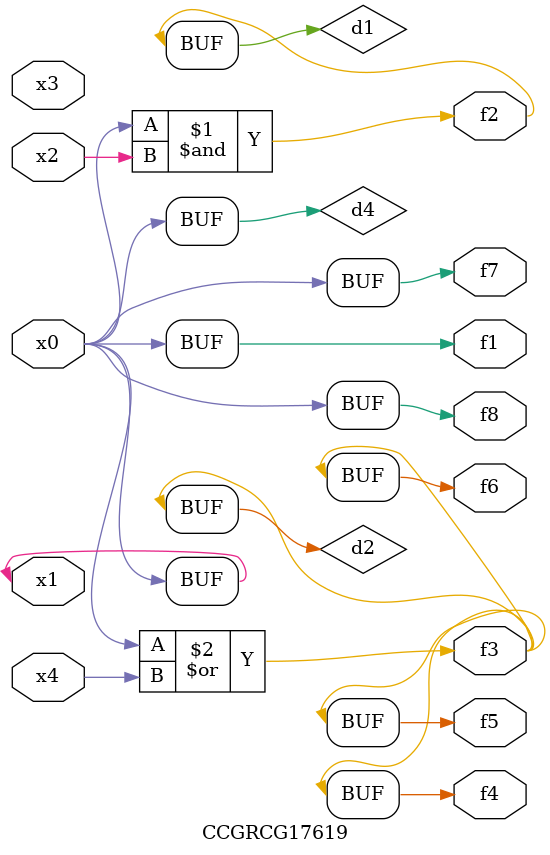
<source format=v>
module CCGRCG17619(
	input x0, x1, x2, x3, x4,
	output f1, f2, f3, f4, f5, f6, f7, f8
);

	wire d1, d2, d3, d4;

	and (d1, x0, x2);
	or (d2, x0, x4);
	nand (d3, x0, x2);
	buf (d4, x0, x1);
	assign f1 = d4;
	assign f2 = d1;
	assign f3 = d2;
	assign f4 = d2;
	assign f5 = d2;
	assign f6 = d2;
	assign f7 = d4;
	assign f8 = d4;
endmodule

</source>
